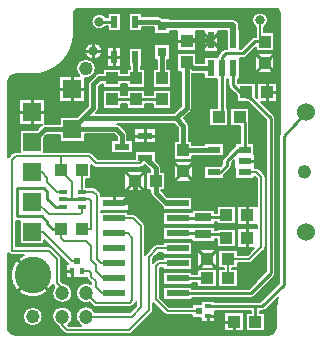
<source format=gbr>
G04 DesignSpark PCB Gerber Version 10.0 Build 5299*
G04 #@! TF.Part,Single*
G04 #@! TF.FileFunction,Copper,L2,Bot*
G04 #@! TF.FilePolarity,Positive*
%FSLAX35Y35*%
%MOIN*%
G04 #@! TA.AperFunction,SMDPad,CuDef*
%ADD91R,0.01575X0.02362*%
%ADD90R,0.02165X0.03937*%
%ADD86R,0.02200X0.05200*%
%ADD92R,0.02362X0.02362*%
%ADD80R,0.03937X0.04291*%
%ADD87R,0.03150X0.03150*%
G04 #@! TA.AperFunction,ComponentPad*
%ADD70R,0.06000X0.06000*%
G04 #@! TA.AperFunction,SMDPad,CuDef*
%ADD17R,0.06300X0.06300*%
G04 #@! TD.AperFunction*
%ADD12C,0.00500*%
%ADD16C,0.00800*%
%ADD13C,0.01000*%
%ADD14C,0.01500*%
%ADD79C,0.01969*%
G04 #@! TA.AperFunction,ViaPad*
%ADD15C,0.03200*%
G04 #@! TA.AperFunction,SMDPad,CuDef*
%ADD20C,0.04724*%
G04 #@! TA.AperFunction,ComponentPad*
%ADD18C,0.06000*%
G04 #@! TA.AperFunction,SMDPad,CuDef*
%ADD88R,0.02756X0.01181*%
%ADD83R,0.02362X0.01575*%
%ADD21R,0.05000X0.02300*%
%ADD85R,0.07500X0.02300*%
%ADD84R,0.02362X0.02362*%
%ADD89R,0.04331X0.02362*%
%ADD81R,0.05512X0.02953*%
%ADD82R,0.04291X0.03937*%
G04 #@! TA.AperFunction,ComponentPad*
%ADD22C,0.12205*%
G04 #@! TD.AperFunction*
X0Y0D02*
D02*
D12*
X12376Y31031D02*
Y5578D01*
G75*
G03*
X14695Y3772I2196J427D01*
G01*
G75*
G02*
X14791Y3774I97J-1696D01*
G01*
X98955D01*
G75*
G02*
X99052Y3772I0J-1700D01*
G01*
G75*
G03*
X101412Y6005I123J2233D01*
G01*
G75*
G03*
X101408Y6128I-2241J-3D01*
G01*
G75*
G02*
X101406Y6225I1696J97D01*
G01*
Y11659D01*
G75*
G02*
X101403Y11919I13496J253D01*
G01*
G75*
G02*
X102126Y16281I13511J0D01*
G01*
X98118Y12272D01*
G75*
G02*
X97020Y11818I-1096J1096D01*
G01*
X96166D01*
Y11270D01*
X97813D01*
Y5230D01*
X91419D01*
Y11270D01*
X93066D01*
Y11818D01*
X81343D01*
Y8181D01*
X76480D01*
Y9561D01*
X73530D01*
Y10343D01*
X65424D01*
G75*
G02*
X64396Y10768I-3J1450D01*
G01*
X60676Y14487D01*
Y12187D01*
G75*
G02*
X60250Y11160I-1450J0D01*
G01*
X53561Y4470D01*
G75*
G02*
X52533Y4044I-1027J1024D01*
G01*
X32061D01*
G75*
G02*
X31034Y4470I0J1450D01*
G01*
X29302Y6202D01*
G75*
G02*
X28931Y6835I1024J1027D01*
G01*
G75*
G02*
X26914Y9948I1395J3114D01*
G01*
G75*
G02*
X33738I3412J0D01*
G01*
G75*
G02*
X32381Y7224I-3412J0D01*
G01*
X32662Y6944D01*
X36582D01*
G75*
G02*
X38200Y13361I1618J3004D01*
G01*
G75*
G02*
X41289Y11398I0J-3412D01*
G01*
X52844D01*
X55020Y13575D01*
Y14706D01*
G75*
G02*
X54738Y14309I-1306J630D01*
G01*
X53954Y13526D01*
G75*
G02*
X52927Y13099I-1027J1024D01*
G01*
X41510D01*
G75*
G02*
X40483Y13526I0J1450D01*
G01*
X39385Y14623D01*
G75*
G02*
X34788Y17822I-1185J3200D01*
G01*
G75*
G02*
X40060Y20683I3412J0D01*
G01*
Y21035D01*
X38910Y22185D01*
G75*
G02*
X38509Y22947I1025J1026D01*
G01*
X35673D01*
Y22748D01*
X31598D01*
Y27610D01*
X32304D01*
X24301Y35613D01*
Y34120D01*
X16199D01*
Y41739D01*
X15132D01*
G75*
G02*
X15007Y41744I1J1550D01*
G01*
Y33322D01*
X25759D01*
G75*
G02*
X26787Y32897I3J-1450D01*
G01*
X29543Y30141D01*
G75*
G02*
X29968Y29116I-1025J-1026D01*
G01*
G75*
G02*
Y29115I-610J0D01*
G01*
G75*
G02*
Y29113I-610J-1D01*
G01*
Y21843D01*
X30586Y21225D01*
G75*
G02*
X33738Y17822I-260J-3402D01*
G01*
G75*
G02*
X26914I-3412J0D01*
G01*
G75*
G02*
X27704Y20006I3412J0D01*
G01*
X27493Y20217D01*
G75*
G02*
X27178Y20688I1025J1025D01*
G01*
G75*
G02*
X13131Y23728I-6694J3040D01*
G01*
G75*
G02*
X17443Y30422I7352J0D01*
G01*
X13557D01*
G75*
G02*
X12376Y31031I0J1450D01*
G01*
X84220Y11469D02*
X91012D01*
Y5031D01*
X84220D01*
Y11469D01*
X17215Y9948D02*
G75*
G02*
X23752I3269J0D01*
G01*
G75*
G02*
X17215I-3269J0D01*
G01*
X12626Y8250D02*
G36*
X12626Y8250D02*
Y4902D01*
G75*
G03*
X13545Y4018I1946J1104D01*
G01*
X100202D01*
G75*
G03*
X101412Y6005I-1027J1987D01*
G01*
G75*
G03*
Y6011I-1880J3D01*
G01*
G75*
G03*
X101408Y6128I-1923J0D01*
G01*
G75*
G02*
X101406Y6225I1951J104D01*
G01*
Y8250D01*
X97813D01*
Y5230D01*
X91419D01*
Y8250D01*
X91012D01*
Y5031D01*
X84220D01*
Y8250D01*
X81343D01*
Y8181D01*
X76480D01*
Y8250D01*
X57340D01*
X53561Y4470D01*
G75*
G02*
X52533Y4044I-1026J1022D01*
G01*
X32061D01*
G75*
G02*
X31034Y4470I-1J1449D01*
G01*
X29302Y6202D01*
G75*
G02*
X28931Y6835I1028J1029D01*
G01*
G75*
G02*
X27367Y8250I1395J3114D01*
G01*
X23276D01*
G75*
G02*
X17691I-2793J1698D01*
G01*
X12626D01*
G37*
X32381Y7224D02*
G36*
X32381Y7224D02*
X32662Y6944D01*
X36582D01*
G75*
G02*
X35241Y8250I1618J3004D01*
G01*
X33286D01*
G75*
G02*
X32381Y7224I-2959J1698D01*
G01*
G37*
X12626Y30761D02*
G36*
X12626Y30761D02*
Y8250D01*
X17691D01*
G75*
G02*
X17215Y9948I2793J1698D01*
G01*
G75*
G02*
X23752I3269J0D01*
G01*
G75*
G02*
X23276Y8250I-3269J0D01*
G01*
X27367D01*
G75*
G02*
X26914Y9948I2959J1698D01*
G01*
G75*
G02*
X33738I3412J0D01*
G01*
G75*
G02*
X33286Y8250I-3411J-1D01*
G01*
X35241D01*
G75*
G02*
X34788Y9948I2959J1698D01*
G01*
G75*
G02*
X38200Y13361I3412J0D01*
G01*
G75*
G02*
X41289Y11398I1J-3411D01*
G01*
X52844D01*
X55020Y13575D01*
Y14706D01*
G75*
G02*
X54738Y14309I-1312J635D01*
G01*
X53954Y13526D01*
G75*
G02*
X52927Y13099I-1026J1022D01*
G01*
X41510D01*
G75*
G02*
X40483Y13526I-1J1449D01*
G01*
X39385Y14623D01*
G75*
G02*
X34788Y17822I-1186J3199D01*
G01*
Y17822D01*
Y17823D01*
G75*
G02*
X40060Y20683I3412J0D01*
G01*
Y21035D01*
X38910Y22185D01*
G75*
G02*
X38509Y22947I1024J1025D01*
G01*
X35673D01*
Y22748D01*
X31598D01*
Y27610D01*
X32304D01*
X24301Y35613D01*
Y34120D01*
X16199D01*
Y41494D01*
X15007D01*
Y33322D01*
X25759D01*
G75*
G02*
X26787Y32897I3J-1449D01*
G01*
X29543Y30141D01*
G75*
G02*
X29968Y29116I-1028J-1026D01*
G01*
Y29115D01*
Y29113D01*
Y21843D01*
X30586Y21225D01*
G75*
G02*
X33738Y17823I-259J-3402D01*
G01*
G75*
G02*
Y17822I-4511J0D01*
G01*
G75*
G02*
X26914I-3412J0D01*
G01*
G75*
G02*
X27704Y20006I3413J0D01*
G01*
X27493Y20217D01*
G75*
G02*
X27178Y20688I1035J1032D01*
G01*
G75*
G02*
X13131Y23728I-6694J3041D01*
G01*
G75*
G02*
X17443Y30422I7354J0D01*
G01*
X13557D01*
G75*
G02*
X12626Y30761I0J1451D01*
G01*
G37*
X60250Y11160D02*
G36*
X60250Y11160D02*
X57340Y8250D01*
X76480D01*
Y9561D01*
X73530D01*
Y10343D01*
X65424D01*
G75*
G02*
X64396Y10768I-3J1449D01*
G01*
X60676Y14487D01*
Y12187D01*
G75*
G02*
Y12186I-1961J0D01*
G01*
G75*
G02*
X60250Y11160I-1449J0D01*
G01*
G37*
X81343Y11818D02*
G36*
X81343Y11818D02*
Y8250D01*
X84220D01*
Y11469D01*
X91012D01*
Y8250D01*
X91419D01*
Y11270D01*
X93066D01*
Y11818D01*
X81343D01*
G37*
X96166D02*
G36*
X96166Y11818D02*
Y11270D01*
X97813D01*
Y8250D01*
X101406D01*
Y11659D01*
G75*
G02*
X101403Y11887I10730J225D01*
G01*
G75*
G02*
Y11919I10692J16D01*
G01*
G75*
G02*
Y11921I14098J1D01*
G01*
G75*
G02*
X101876Y15465I13501J0D01*
G01*
Y16031D01*
X98118Y12272D01*
G75*
G02*
X97020Y11818I-1096J1096D01*
G01*
X96166D01*
G37*
X12376Y88730D02*
Y63028D01*
G75*
G02*
X12533Y63214I1182J-840D01*
G01*
X13711Y64392D01*
G75*
G02*
X14738Y64818I1027J-1024D01*
G01*
X16199D01*
Y72222D01*
X21756D01*
X23220Y73687D01*
G75*
G02*
X23507Y73921I1274J-1271D01*
G01*
X16000D01*
Y82421D01*
X24500D01*
Y74216D01*
X29435D01*
Y76616D01*
X35287D01*
X38922Y80255D01*
Y87341D01*
G75*
G02*
X39451Y88615I1800J0D01*
G01*
X41417Y90580D01*
G75*
G02*
X42691Y91109I1274J-1272D01*
G01*
X44002D01*
Y92506D01*
X50041D01*
Y91109D01*
X51876D01*
Y92506D01*
X52821D01*
Y93419D01*
X52488D01*
Y99455D01*
X56754D01*
Y93419D01*
X56421D01*
Y92506D01*
X57915D01*
Y86112D01*
X51876D01*
Y87509D01*
X50041D01*
Y86112D01*
X44002D01*
Y87509D01*
X43437D01*
X42522Y86595D01*
Y79510D01*
G75*
G02*
X41996Y78238I-1800J0D01*
G01*
X41518Y77759D01*
X67536D01*
X69946Y80170D01*
Y91518D01*
X68726D01*
Y97907D01*
X74766D01*
Y94525D01*
X77707D01*
Y96376D01*
X82007D01*
G75*
G02*
X82461Y97456I1550J-16D01*
G01*
X83721Y98716D01*
G75*
G02*
X84818Y99170I1096J-1096D01*
G01*
X85156D01*
Y104991D01*
X82156D01*
Y98274D01*
X77459D01*
Y104991D01*
X74965D01*
Y98317D01*
X68528D01*
Y104991D01*
X66215D01*
Y104238D01*
X60963D01*
Y106448D01*
X56754D01*
Y105230D01*
X52488D01*
Y111266D01*
X56754D01*
Y110048D01*
X62202D01*
G75*
G02*
X63476Y109519I0J-1800D01*
G01*
X63509Y109486D01*
X66215D01*
Y109059D01*
X87307D01*
G75*
G02*
X89341Y107025I0J-2034D01*
G01*
Y105774D01*
X89459D01*
Y99170D01*
X89911D01*
X93563Y102822D01*
G75*
G02*
X94661Y103276I1096J-1096D01*
G01*
X94784D01*
Y106426D01*
G75*
G02*
X93584Y108644I1450J2218D01*
G01*
G75*
G02*
X98884I2650J0D01*
G01*
G75*
G02*
X97684Y106426I-2650J0D01*
G01*
Y104711D01*
X100829D01*
Y98317D01*
X94789D01*
Y99664D01*
X91649Y96524D01*
G75*
G02*
X90552Y96070I-1096J1096D01*
G01*
X89407D01*
Y89075D01*
X88807D01*
Y87667D01*
X88830Y87644D01*
X94852D01*
Y83084D01*
X95262Y82674D01*
Y87844D01*
X102053D01*
Y81407D01*
X96529D01*
X100874Y77063D01*
G75*
G02*
X101328Y75967I-1096J-1096D01*
G01*
Y24367D01*
G75*
G02*
X100874Y23270I-1550J0D01*
G01*
X94181Y16578D01*
G75*
G02*
X93083Y16124I-1096J1096D01*
G01*
X73593D01*
Y15474D01*
X63994D01*
Y19872D01*
X73593D01*
Y19224D01*
X92443D01*
X98228Y25009D01*
Y75324D01*
X92077Y81475D01*
X91657D01*
G75*
G02*
X91032Y81606I0J1550D01*
G01*
X88463D01*
Y83627D01*
X86161Y85929D01*
G75*
G02*
X85707Y87025I1096J1096D01*
G01*
Y89075D01*
X85107D01*
Y79380D01*
X85695D01*
Y73341D01*
X79301D01*
Y79380D01*
X82007D01*
Y89075D01*
X77707D01*
Y90925D01*
X73733D01*
G75*
G02*
X73546Y90935I1J1800D01*
G01*
Y79424D01*
G75*
G02*
X73017Y78150I-1800J0D01*
G01*
X70827Y75959D01*
X71915Y74872D01*
G75*
G02*
X72444Y73597I-1272J-1274D01*
G01*
Y68490D01*
X73663D01*
Y67093D01*
X77663D01*
Y67766D01*
X84096D01*
Y63301D01*
X77663D01*
Y63493D01*
X73663D01*
Y62096D01*
X67624D01*
Y68490D01*
X68844D01*
Y72852D01*
X67536Y74159D01*
X48678D01*
G75*
G02*
X49477Y73694I-475J-1737D01*
G01*
X51529Y71642D01*
G75*
G02*
X52058Y70368I-1271J-1274D01*
G01*
Y68719D01*
X53809D01*
Y64317D01*
X46707D01*
Y68719D01*
X48458D01*
Y69622D01*
X47457Y70623D01*
X37837D01*
Y68215D01*
X29435D01*
Y70616D01*
X25241D01*
X24301Y69677D01*
Y64818D01*
X39148D01*
G75*
G02*
X40175Y64392I0J-1450D01*
G01*
X42111Y62456D01*
X54407D01*
Y64967D01*
X61510D01*
Y61893D01*
X62681Y60789D01*
G75*
G02*
X63247Y59479I-1234J-1310D01*
G01*
Y58120D01*
X64644D01*
Y52081D01*
X63247D01*
Y52007D01*
X65382Y49872D01*
X73593D01*
Y45535D01*
X81183D01*
Y44559D01*
X81762D01*
Y46703D01*
X88156D01*
Y40663D01*
X81762D01*
Y41459D01*
X81183D01*
Y40482D01*
X73593D01*
Y40474D01*
X63994D01*
Y44872D01*
X73573D01*
Y45474D01*
X63994D01*
Y46205D01*
G75*
G02*
X63761Y46402I1041J1469D01*
G01*
X60176Y49987D01*
G75*
G02*
X59647Y51262I1272J1274D01*
G01*
Y52081D01*
X58250D01*
Y58120D01*
X59647D01*
Y58702D01*
X57741Y60499D01*
X57224Y59982D01*
G75*
G02*
X56196Y59556I-1027J1024D01*
G01*
X41510D01*
G75*
G02*
X40483Y59982I0J1450D01*
G01*
X39939Y60526D01*
Y55624D01*
X38235D01*
Y53199D01*
X39215D01*
Y53007D01*
X40722D01*
G75*
G02*
X41750Y52581I0J-1450D01*
G01*
X42927Y51403D01*
G75*
G02*
X43354Y50376I-1024J-1027D01*
G01*
Y50073D01*
X52494D01*
Y45274D01*
X43354D01*
Y44872D01*
X52293D01*
Y44124D01*
X53937D01*
G75*
G02*
X54964Y43697I0J-1450D01*
G01*
X57494Y41167D01*
G75*
G02*
X57920Y40140I-1024J-1027D01*
G01*
Y30534D01*
G75*
G02*
X58203Y30931I1306J-630D01*
G01*
X60969Y33697D01*
G75*
G02*
X61996Y34124I1027J-1024D01*
G01*
X63994D01*
Y34872D01*
X73573D01*
Y35474D01*
X63994D01*
Y39872D01*
X73593D01*
Y39827D01*
X81183D01*
Y38850D01*
X81762D01*
Y39100D01*
X88156D01*
Y33065D01*
X81762D01*
Y35750D01*
X81183D01*
Y34774D01*
X73593D01*
Y30474D01*
X63994D01*
Y31224D01*
X62597D01*
X60676Y29303D01*
Y27926D01*
X61447Y28697D01*
G75*
G02*
X62474Y29124I1027J-1024D01*
G01*
X63994D01*
Y29872D01*
X73593D01*
Y25474D01*
X63994D01*
Y26224D01*
X63075D01*
X63039Y26187D01*
Y16226D01*
X66022Y13243D01*
X73530D01*
Y14026D01*
X76679D01*
Y15207D01*
X81144D01*
Y14918D01*
X96380D01*
X102558Y21097D01*
Y70061D01*
G75*
G02*
X102927Y71065I1550J0D01*
G01*
Y111012D01*
G75*
G03*
X102146Y112579I-1962J0D01*
G01*
X36357D01*
G75*
G02*
X36302Y112580I-4J1707D01*
G01*
G75*
G03*
X34333Y111530I-72J-2236D01*
G01*
G75*
G03*
X34263Y111012I1893J-518D01*
G01*
Y104625D01*
G75*
G02*
X20295Y90657I-13968J0D01*
G01*
X14697D01*
G75*
G03*
X12376Y88730I-156J-2173D01*
G01*
X37872Y98407D02*
G75*
G02*
X43572I2850J0D01*
G01*
G75*
G02*
X37872I-2850J0D01*
G01*
X45520Y111266D02*
X49785D01*
Y105230D01*
X45520D01*
Y106698D01*
X44841D01*
G75*
G02*
X40041Y108248I-2150J1550D01*
G01*
G75*
G02*
X44841Y109798I2650J0D01*
G01*
X45520D01*
Y111266D01*
X45321Y99656D02*
X49986D01*
Y93219D01*
X45321D01*
Y99656D01*
X34931Y92626D02*
G75*
G02*
X41469I3269J0D01*
G01*
G75*
G02*
X38037Y89361I-3269J0D01*
G01*
Y81415D01*
X29234D01*
Y90215D01*
X35993D01*
G75*
G02*
X34931Y92626I2207J2411D01*
G01*
X60537Y85506D02*
X66577D01*
Y79112D01*
X60537D01*
Y80759D01*
X57915D01*
Y79112D01*
X51876D01*
Y80759D01*
X50041D01*
Y79112D01*
X44002D01*
Y85506D01*
X50041D01*
Y83859D01*
X51876D01*
Y85506D01*
X57915D01*
Y83859D01*
X60537D01*
Y85506D01*
X65357Y92506D02*
X66577D01*
Y86112D01*
X60537D01*
Y92506D01*
X61757D01*
Y95380D01*
X60963D01*
Y100628D01*
X66215D01*
Y95380D01*
X65357D01*
Y92506D01*
X94591Y97909D02*
X101028D01*
Y91118D01*
X94591D01*
Y97909D01*
X98078Y56478D02*
G75*
G02*
Y56475I-610J-2D01*
G01*
Y33053D01*
G75*
G02*
X97652Y32026I-1450J0D01*
G01*
X93718Y28093D01*
G75*
G02*
X92691Y27666I-1027J1024D01*
G01*
X88758D01*
Y26096D01*
X87011D01*
Y25837D01*
X88758D01*
Y19797D01*
X82364D01*
Y25837D01*
X84111D01*
Y26096D01*
X82364D01*
Y32136D01*
X88758D01*
Y30566D01*
X92090D01*
X94388Y32864D01*
X88563D01*
Y39301D01*
X95178D01*
Y40465D01*
X88563D01*
Y46902D01*
X95178D01*
Y55878D01*
X94452Y56603D01*
X94333D01*
Y55821D01*
X87900D01*
Y59362D01*
X87701D01*
Y62091D01*
X86761Y61151D01*
Y60219D01*
G75*
G02*
X86307Y59122I-1550J0D01*
G01*
X84141Y56957D01*
G75*
G02*
X84096Y56914I-1092J1097D01*
G01*
Y55821D01*
X77663D01*
Y60285D01*
X83085D01*
X83661Y60861D01*
Y61793D01*
G75*
G02*
X84115Y62889I1550J0D01*
G01*
X87658Y66433D01*
G75*
G02*
X87900Y66630I1096J-1096D01*
G01*
Y67766D01*
X89566D01*
Y73341D01*
X86301D01*
Y79380D01*
X92695D01*
Y73341D01*
X92666D01*
Y67766D01*
X94333D01*
Y64224D01*
X94531D01*
Y59503D01*
X95050D01*
G75*
G02*
X96078Y59078I3J-1450D01*
G01*
X97653Y57504D01*
G75*
G02*
X98078Y56478I-1025J-1026D01*
G01*
X54207Y72667D02*
X61707D01*
Y67868D01*
X54207D01*
Y72667D01*
X67425Y61689D02*
X73862D01*
Y54898D01*
X67425D01*
Y61689D01*
X51051Y58319D02*
X57843D01*
Y51882D01*
X51051D01*
Y58319D01*
X75165Y32335D02*
X81957D01*
Y25898D01*
X75165D01*
Y32335D01*
X75364Y25837D02*
X81758D01*
Y19797D01*
X75364D01*
Y21124D01*
X73593D01*
Y20474D01*
X63994D01*
Y24872D01*
X73593D01*
Y24224D01*
X75364D01*
Y25837D01*
X63039Y22817D02*
G36*
X63039Y22817D02*
Y16226D01*
X65772Y13493D01*
X73530D01*
Y14026D01*
X76679D01*
Y15207D01*
X81144D01*
Y14918D01*
X96380D01*
X102558Y21097D01*
Y22817D01*
X100420D01*
X94181Y16578D01*
G75*
G02*
X93083Y16124I-1096J1096D01*
G01*
X73593D01*
Y15474D01*
X63994D01*
Y19872D01*
X73593D01*
Y19224D01*
X92443D01*
X96036Y22817D01*
X88758D01*
Y19797D01*
X82364D01*
Y22817D01*
X81758D01*
Y19797D01*
X75364D01*
Y21124D01*
X73593D01*
Y20474D01*
X63994D01*
Y22817D01*
X63039D01*
G37*
X60676Y29116D02*
G36*
X60676Y29116D02*
Y27926D01*
X61447Y28697D01*
G75*
G02*
X62327Y29116I1026J-1022D01*
G01*
X60676D01*
G37*
X63039Y26187D02*
G36*
X63039Y26187D02*
Y22817D01*
X63994D01*
Y24872D01*
X73593D01*
Y24224D01*
X75364D01*
Y25837D01*
X81758D01*
Y22817D01*
X82364D01*
Y25837D01*
X84111D01*
Y26096D01*
X82364D01*
Y29116D01*
X81957D01*
Y25898D01*
X75165D01*
Y29116D01*
X73593D01*
Y25474D01*
X63994D01*
Y26224D01*
X63075D01*
X63039Y26187D01*
G37*
X87011Y26096D02*
G36*
X87011Y26096D02*
Y25837D01*
X88758D01*
Y22817D01*
X96036D01*
X98228Y25009D01*
Y29116D01*
X94742D01*
X93718Y28093D01*
G75*
G02*
X92691Y27666I-1026J1022D01*
G01*
X88758D01*
Y26096D01*
X87011D01*
G37*
X100874Y23270D02*
G36*
X100874Y23270D02*
X100420Y22817D01*
X102558D01*
Y29116D01*
X101328D01*
Y24367D01*
G75*
G02*
X100874Y23270I-1551J0D01*
G01*
G37*
X43354Y45274D02*
G36*
X43354Y45274D02*
Y44872D01*
X52293D01*
Y44124D01*
X53937D01*
G75*
G02*
X54964Y43697I1J-1449D01*
G01*
X57494Y41167D01*
G75*
G02*
X57920Y40141I-1022J-1026D01*
G01*
G75*
G02*
Y40140I-1961J0D01*
G01*
Y30534D01*
G75*
G02*
X58203Y30931I1312J-635D01*
G01*
X60969Y33697D01*
G75*
G02*
X61996Y34124I1026J-1022D01*
G01*
X63994D01*
Y34872D01*
X73573D01*
Y35474D01*
X63994D01*
Y39872D01*
X73593D01*
Y39827D01*
X81183D01*
Y38850D01*
X81762D01*
Y39100D01*
X88156D01*
Y33065D01*
X81762D01*
Y35750D01*
X81183D01*
Y34774D01*
X73593D01*
Y30474D01*
X63994D01*
Y31224D01*
X62597D01*
X60676Y29303D01*
Y29116D01*
X62327D01*
G75*
G02*
X62474Y29124I147J-1441D01*
G01*
X63994D01*
Y29872D01*
X73593D01*
Y29116D01*
X75165D01*
Y32335D01*
X81957D01*
Y29116D01*
X82364D01*
Y32136D01*
X88758D01*
Y30566D01*
X92090D01*
X94388Y32864D01*
X88563D01*
Y39301D01*
X95178D01*
Y40465D01*
X88563D01*
Y46902D01*
X95178D01*
Y49589D01*
X73593D01*
Y45535D01*
X81183D01*
Y44559D01*
X81762D01*
Y46703D01*
X88156D01*
Y40663D01*
X81762D01*
Y41459D01*
X81183D01*
Y40482D01*
X73593D01*
Y40474D01*
X63994D01*
Y44872D01*
X73573D01*
Y45474D01*
X63994D01*
Y46205D01*
G75*
G02*
X63761Y46402I1054J1484D01*
G01*
X60574Y49589D01*
X52494D01*
Y45274D01*
X43354D01*
G37*
X97652Y32026D02*
G36*
X97652Y32026D02*
X94742Y29116D01*
X98228D01*
Y49589D01*
X98078D01*
Y33053D01*
G75*
G02*
Y33052I-1961J0D01*
G01*
G75*
G02*
X97652Y32026I-1449J0D01*
G01*
G37*
X101328Y49589D02*
G36*
X101328Y49589D02*
Y29116D01*
X102558D01*
Y49589D01*
X101328D01*
G37*
X38235Y55100D02*
G36*
X38235Y55100D02*
Y53199D01*
X39215D01*
Y53007D01*
X40722D01*
G75*
G02*
X41750Y52581I1J-1449D01*
G01*
X42927Y51403D01*
G75*
G02*
X43354Y50377I-1022J-1026D01*
G01*
G75*
G02*
Y50376I-1961J0D01*
G01*
Y50073D01*
X52494D01*
Y49589D01*
X60574D01*
X60176Y49987D01*
G75*
G02*
X59647Y51262I1272J1274D01*
G01*
Y52081D01*
X58250D01*
Y55100D01*
X57843D01*
Y51882D01*
X51051D01*
Y55100D01*
X38235D01*
G37*
X63247Y52081D02*
G36*
X63247Y52081D02*
Y52007D01*
X65382Y49872D01*
X73593D01*
Y49589D01*
X95178D01*
Y55100D01*
X73862D01*
Y54898D01*
X67425D01*
Y55100D01*
X64644D01*
Y52081D01*
X63247D01*
G37*
X98078Y55100D02*
G36*
X98078Y55100D02*
Y49589D01*
X98228D01*
Y55100D01*
X98078D01*
G37*
X101328D02*
G36*
X101328Y55100D02*
Y49589D01*
X102558D01*
Y55100D01*
X101328D01*
G37*
X38235Y55624D02*
G36*
X38235Y55624D02*
Y55100D01*
X51051D01*
Y58293D01*
X39939D01*
Y55624D01*
X38235D01*
G37*
X57843Y58293D02*
G36*
X57843Y58293D02*
Y55100D01*
X58250D01*
Y58120D01*
X59647D01*
Y58293D01*
X57843D01*
G37*
X63247D02*
G36*
X63247Y58293D02*
Y58120D01*
X64644D01*
Y55100D01*
X67425D01*
Y58293D01*
X63247D01*
G37*
X73862D02*
G36*
X73862Y58293D02*
Y55100D01*
X95178D01*
Y55878D01*
X94452Y56603D01*
X94333D01*
Y55821D01*
X87900D01*
Y58293D01*
X85478D01*
X84141Y56957D01*
G75*
G02*
X84096Y56914I-826J819D01*
G01*
Y55821D01*
X77663D01*
Y58293D01*
X73862D01*
G37*
X96863D02*
G36*
X96863Y58293D02*
X97653Y57504D01*
G75*
G02*
X98078Y56478I-1028J-1026D01*
G01*
Y56478D01*
Y56475D01*
Y55100D01*
X98228D01*
Y58293D01*
X96863D01*
G37*
X101328D02*
G36*
X101328Y58293D02*
Y55100D01*
X102558D01*
Y58293D01*
X101328D01*
G37*
X12626Y70268D02*
G36*
X12626Y70268D02*
Y63307D01*
X13711Y64392D01*
G75*
G02*
X14738Y64818I1026J-1022D01*
G01*
X16199D01*
Y70268D01*
X12626D01*
G37*
X24301Y69677D02*
G36*
X24301Y69677D02*
Y64818D01*
X39148D01*
G75*
G02*
X40175Y64392I1J-1449D01*
G01*
X42111Y62456D01*
X54407D01*
Y64967D01*
X61510D01*
Y61893D01*
X62681Y60789D01*
G75*
G02*
X63247Y59479I-1235J-1311D01*
G01*
Y58293D01*
X67425D01*
Y61689D01*
X73862D01*
Y58293D01*
X77663D01*
Y60285D01*
X83085D01*
X83661Y60861D01*
Y61793D01*
G75*
G02*
X84115Y62889I1551J0D01*
G01*
X87658Y66433D01*
G75*
G02*
X87900Y66630I1084J-1082D01*
G01*
Y67766D01*
X89566D01*
Y70268D01*
X72444D01*
Y68490D01*
X73663D01*
Y67093D01*
X77663D01*
Y67766D01*
X84096D01*
Y63301D01*
X77663D01*
Y63493D01*
X73663D01*
Y62096D01*
X67624D01*
Y68490D01*
X68844D01*
Y70268D01*
X61707D01*
Y67868D01*
X54207D01*
Y70268D01*
X52058D01*
Y68719D01*
X53809D01*
Y64317D01*
X46707D01*
Y68719D01*
X48458D01*
Y69622D01*
X47813Y70268D01*
X37837D01*
Y68215D01*
X29435D01*
Y70268D01*
X24892D01*
X24301Y69677D01*
G37*
X39939Y60526D02*
G36*
X39939Y60526D02*
Y58293D01*
X51051D01*
Y58319D01*
X57843D01*
Y58293D01*
X59647D01*
Y58702D01*
X57741Y60499D01*
X57224Y59982D01*
G75*
G02*
X56196Y59556I-1026J1022D01*
G01*
X41510D01*
G75*
G02*
X40483Y59982I-1J1449D01*
G01*
X39939Y60526D01*
G37*
X86307Y59122D02*
G36*
X86307Y59122D02*
X85478Y58293D01*
X87900D01*
Y59362D01*
X87701D01*
Y62091D01*
X86761Y61151D01*
Y60219D01*
G75*
G02*
X86307Y59122I-1551J0D01*
G01*
G37*
X92666Y70268D02*
G36*
X92666Y70268D02*
Y67766D01*
X94333D01*
Y64224D01*
X94531D01*
Y59503D01*
X95050D01*
G75*
G02*
X96078Y59078I3J-1449D01*
G01*
X96863Y58293D01*
X98228D01*
Y70268D01*
X92666D01*
G37*
X101328D02*
G36*
X101328Y70268D02*
Y58293D01*
X102558D01*
Y70061D01*
G75*
G02*
X102572Y70268I1553J0D01*
G01*
X101328D01*
G37*
X12626Y82309D02*
G36*
X12626Y82309D02*
Y70268D01*
X16199D01*
Y72222D01*
X21756D01*
X23220Y73687D01*
G75*
G02*
X23507Y73921I1261J-1255D01*
G01*
X16000D01*
Y82309D01*
X12626D01*
G37*
X24500D02*
G36*
X24500Y82309D02*
Y74216D01*
X29435D01*
Y76616D01*
X35287D01*
X38922Y80255D01*
Y82309D01*
X38037D01*
Y81415D01*
X29234D01*
Y82309D01*
X24500D01*
G37*
X25241Y70616D02*
G36*
X25241Y70616D02*
X24892Y70268D01*
X29435D01*
Y70616D01*
X25241D01*
G37*
X37837Y70623D02*
G36*
X37837Y70623D02*
Y70268D01*
X47813D01*
X47457Y70623D01*
X37837D01*
G37*
X41996Y78238D02*
G36*
X41996Y78238D02*
X41518Y77759D01*
X67536D01*
X69946Y80170D01*
Y82309D01*
X66577D01*
Y79112D01*
X60537D01*
Y80759D01*
X57915D01*
Y79112D01*
X51876D01*
Y80759D01*
X50041D01*
Y79112D01*
X44002D01*
Y82309D01*
X42522D01*
Y79510D01*
Y79509D01*
G75*
G02*
X41996Y78238I-1799J0D01*
G01*
G37*
X48678Y74159D02*
G36*
X48678Y74159D02*
G75*
G02*
X49477Y73694I-474J-1736D01*
G01*
X51529Y71642D01*
G75*
G02*
X52058Y70368I-1270J-1274D01*
G01*
Y70368D01*
Y70268D01*
X54207D01*
Y72667D01*
X61707D01*
Y70268D01*
X68844D01*
Y72852D01*
X67536Y74159D01*
X48678D01*
G37*
X70827Y75959D02*
G36*
X70827Y75959D02*
X71915Y74872D01*
G75*
G02*
X72444Y73597I-1272J-1274D01*
G01*
Y70268D01*
X89566D01*
Y73341D01*
X86301D01*
Y79380D01*
X92695D01*
Y73341D01*
X92666D01*
Y70268D01*
X98228D01*
Y75324D01*
X92077Y81475D01*
X91657D01*
G75*
G02*
X91032Y81606I-2J1543D01*
G01*
X88463D01*
Y82309D01*
X85107D01*
Y79380D01*
X85695D01*
Y73341D01*
X79301D01*
Y79380D01*
X82007D01*
Y82309D01*
X73546D01*
Y79424D01*
G75*
G02*
X73017Y78150I-1800J0D01*
G01*
X70827Y75959D01*
G37*
X96529Y81407D02*
G36*
X96529Y81407D02*
X100874Y77063D01*
G75*
G02*
X101328Y75967I-1097J-1096D01*
G01*
Y70268D01*
X102572D01*
G75*
G02*
X102677Y70656I1539J-208D01*
G01*
Y82309D01*
X102053D01*
Y81407D01*
X96529D01*
G37*
X12626Y88655D02*
G36*
X12626Y88655D02*
Y82309D01*
X16000D01*
Y82421D01*
X24500D01*
Y82309D01*
X29234D01*
Y88655D01*
X12626D01*
G37*
X38037D02*
G36*
X38037Y88655D02*
Y82309D01*
X38922D01*
Y87341D01*
G75*
G02*
X39451Y88615I1800J0D01*
G01*
X39491Y88655D01*
X38037D01*
G37*
X42522Y86595D02*
G36*
X42522Y86595D02*
Y82309D01*
X44002D01*
Y85506D01*
X50041D01*
Y83859D01*
X51876D01*
Y85506D01*
X57915D01*
Y83859D01*
X60537D01*
Y85506D01*
X66577D01*
Y82309D01*
X69946D01*
Y88655D01*
X66577D01*
Y86112D01*
X60537D01*
Y88655D01*
X57915D01*
Y86112D01*
X51876D01*
Y87509D01*
X50041D01*
Y86112D01*
X44002D01*
Y87509D01*
X43437D01*
X42522Y86595D01*
G37*
X73546Y88655D02*
G36*
X73546Y88655D02*
Y82309D01*
X82007D01*
Y88655D01*
X73546D01*
G37*
X85107D02*
G36*
X85107Y88655D02*
Y82309D01*
X88463D01*
Y83627D01*
X86161Y85929D01*
G75*
G02*
X85707Y87025I1097J1096D01*
G01*
Y88655D01*
X85107D01*
G37*
X88807D02*
G36*
X88807Y88655D02*
Y87667D01*
X88830Y87644D01*
X94852D01*
Y83084D01*
X95262Y82674D01*
Y87844D01*
X102053D01*
Y82309D01*
X102677D01*
Y88655D01*
X88807D01*
G37*
X12626Y89524D02*
G36*
X12626Y89524D02*
Y88655D01*
X29234D01*
Y90215D01*
X35993D01*
G75*
G02*
X34931Y92625I2206J2411D01*
G01*
Y92626D01*
G75*
G02*
X35532Y94514I3269J0D01*
G01*
X29932D01*
G75*
G02*
X20295Y90657I-9637J10112D01*
G01*
X14697D01*
G75*
G03*
X12626Y89524I-157J-2173D01*
G01*
G37*
X38037Y89361D02*
G36*
X38037Y89361D02*
Y88655D01*
X39491D01*
X41417Y90580D01*
G75*
G02*
X42691Y91109I1274J-1272D01*
G01*
X44002D01*
Y92506D01*
X50041D01*
Y91109D01*
X51876D01*
Y92506D01*
X52821D01*
Y93419D01*
X52488D01*
Y94514D01*
X49986D01*
Y93219D01*
X45321D01*
Y94514D01*
X40868D01*
G75*
G02*
X41469Y92626I-2668J-1888D01*
G01*
Y92625D01*
G75*
G02*
X38037Y89361I-3268J0D01*
G01*
G37*
X56421Y93419D02*
G36*
X56421Y93419D02*
Y92506D01*
X57915D01*
Y88655D01*
X60537D01*
Y92506D01*
X61757D01*
Y94514D01*
X56754D01*
Y93419D01*
X56421D01*
G37*
X65357Y94514D02*
G36*
X65357Y94514D02*
Y92506D01*
X66577D01*
Y88655D01*
X69946D01*
Y91518D01*
X68726D01*
Y94514D01*
X65357D01*
G37*
X73546Y90935D02*
G36*
X73546Y90935D02*
Y88655D01*
X82007D01*
Y89075D01*
X77707D01*
Y90925D01*
X73733D01*
G75*
G02*
X73546Y90935I-4J1724D01*
G01*
G37*
X85107Y89075D02*
G36*
X85107Y89075D02*
Y88655D01*
X85707D01*
Y89075D01*
X85107D01*
G37*
X88807D02*
G36*
X88807Y89075D02*
Y88655D01*
X102677D01*
Y94514D01*
X101028D01*
Y91118D01*
X94591D01*
Y94514D01*
X89407D01*
Y89075D01*
X88807D01*
G37*
X32803Y98407D02*
G36*
X32803Y98407D02*
G75*
G02*
X29932Y94514I-12508J6217D01*
G01*
X35532D01*
G75*
G02*
X40868I2668J-1888D01*
G01*
X45321D01*
Y98407D01*
X43572D01*
G75*
G02*
X37872I-2850J0D01*
G01*
X32803D01*
G37*
X49986D02*
G36*
X49986Y98407D02*
Y94514D01*
X52488D01*
Y98407D01*
X49986D01*
G37*
X56754D02*
G36*
X56754Y98407D02*
Y94514D01*
X61757D01*
Y95380D01*
X60963D01*
Y98407D01*
X56754D01*
G37*
X65357Y95380D02*
G36*
X65357Y95380D02*
Y94514D01*
X68726D01*
Y97907D01*
X74766D01*
Y94525D01*
X77707D01*
Y96376D01*
X82007D01*
G75*
G02*
X82461Y97456I1549J-15D01*
G01*
X83412Y98407D01*
X82156D01*
Y98274D01*
X77459D01*
Y98407D01*
X74965D01*
Y98317D01*
X68528D01*
Y98407D01*
X66215D01*
Y95380D01*
X65357D01*
G37*
X89407Y96070D02*
G36*
X89407Y96070D02*
Y94514D01*
X94591D01*
Y97909D01*
X101028D01*
Y94514D01*
X102677D01*
Y98407D01*
X100829D01*
Y98317D01*
X94789D01*
Y98407D01*
X93533D01*
X91649Y96524D01*
G75*
G02*
X90552Y96070I-1096J1096D01*
G01*
X89407D01*
G37*
X34263Y104625D02*
G36*
X34263Y104625D02*
G75*
G02*
X32803Y98407I-13969J0D01*
G01*
X37872D01*
G75*
G02*
X43572I2850J0D01*
G01*
X45321D01*
Y99656D01*
X49986D01*
Y98407D01*
X52488D01*
Y99455D01*
X56754D01*
Y98407D01*
X60963D01*
Y100628D01*
X66215D01*
Y98407D01*
X68528D01*
Y104991D01*
X66215D01*
Y104238D01*
X60963D01*
Y106448D01*
X56754D01*
Y105230D01*
X52488D01*
Y108248D01*
X49785D01*
Y105230D01*
X45520D01*
Y106698D01*
X44841D01*
G75*
G02*
X40041Y108248I-2150J1550D01*
G01*
Y108248D01*
X34263D01*
Y104625D01*
G37*
X74965Y104991D02*
G36*
X74965Y104991D02*
Y98407D01*
X77459D01*
Y104991D01*
X74965D01*
G37*
X82156D02*
G36*
X82156Y104991D02*
Y98407D01*
X83412D01*
X83721Y98716D01*
G75*
G02*
X84818Y99170I1096J-1096D01*
G01*
X85156D01*
Y104991D01*
X82156D01*
G37*
X89341Y107025D02*
G36*
X89341Y107025D02*
Y105774D01*
X89459D01*
Y99170D01*
X89911D01*
X93563Y102822D01*
G75*
G02*
X94661Y103276I1096J-1096D01*
G01*
X94784D01*
Y106426D01*
G75*
G02*
X93614Y108248I1450J2219D01*
G01*
X88933D01*
G75*
G02*
X89341Y107025I-1625J-1223D01*
G01*
Y107025D01*
G37*
X93533Y98407D02*
G36*
X93533Y98407D02*
X94789D01*
Y99664D01*
X93533Y98407D01*
G37*
X97684Y106426D02*
G36*
X97684Y106426D02*
Y104711D01*
X100829D01*
Y98407D01*
X102677D01*
Y108248D01*
X98855D01*
G75*
G02*
X97684Y106426I-2620J396D01*
G01*
G37*
X34263Y111012D02*
G36*
X34263Y111012D02*
Y108248D01*
X40041D01*
G75*
G02*
X44841Y109798I2650J-1D01*
G01*
X45520D01*
Y111266D01*
X49785D01*
Y108248D01*
X52488D01*
Y111266D01*
X56754D01*
Y110048D01*
X62202D01*
G75*
G02*
X63476Y109519I0J-1800D01*
G01*
X63509Y109486D01*
X66215D01*
Y109059D01*
X87307D01*
G75*
G02*
X88933Y108248I0J-2034D01*
G01*
X93614D01*
G75*
G02*
X93584Y108644I2620J394D01*
G01*
G75*
G02*
X98884I2650J0D01*
G01*
G75*
G02*
X98855Y108248I-2650J-1D01*
G01*
X102677D01*
Y111971D01*
G75*
G03*
X102418Y112331I-1710J-957D01*
G01*
X35202D01*
G75*
G03*
X34333Y111530I1028J-1987D01*
G01*
G75*
G03*
X34263Y111012I1915J-521D01*
G01*
G37*
X22452Y9948D02*
G75*
G02*
X18515I-1969J0D01*
G01*
G75*
G02*
X22452I1969J0D01*
G01*
G36*
X22452Y9948D02*
G75*
G02*
X18515I-1969J0D01*
G01*
G75*
G02*
X22452I1969J0D01*
G01*
G37*
X40169Y92626D02*
G75*
G02*
X36231I-1969J0D01*
G01*
G75*
G02*
X40169I1969J0D01*
G01*
G36*
X40169Y92626D02*
G75*
G02*
X36231I-1969J0D01*
G01*
G75*
G02*
X40169I1969J0D01*
G01*
G37*
X113003Y58177D02*
G75*
G02*
X109066I-1969J0D01*
G01*
G75*
G02*
X113003I1969J0D01*
G01*
G36*
X113003Y58177D02*
G75*
G02*
X109066I-1969J0D01*
G01*
G75*
G02*
X113003I1969J0D01*
G01*
G37*
D02*
D13*
X16522Y19767D02*
X15108Y18352D01*
X16522Y27689D02*
X15108Y29104D01*
X17750Y78171D02*
X15750D01*
X20250Y75671D02*
Y73671D01*
Y80671D02*
Y82671D01*
X22750Y78171D02*
X24750D01*
X24445Y19767D02*
X25859Y18352D01*
X30486Y46439D02*
X28124D01*
X25368Y49195D01*
Y51557D01*
X24187Y52738D01*
X15132D01*
Y43289D01*
X23400D01*
X25368Y41321D01*
Y40927D01*
X27337Y38959D01*
X29742D01*
X30486Y48998D02*
X33636D01*
X30986Y85816D02*
X28986D01*
X33348Y25179D02*
X31348D01*
X33636Y24498D02*
Y22498D01*
Y48998D02*
X36785D01*
X33636Y83166D02*
Y81167D01*
Y88466D02*
Y90467D01*
X36286Y85816D02*
X38285D01*
X39622Y98407D02*
X37622D01*
X40722Y97307D02*
Y95307D01*
Y99507D02*
Y101507D01*
X41822Y98407D02*
X43822D01*
X42691Y108248D02*
X47652D01*
X47022Y82309D02*
X54896D01*
X47070Y96437D02*
X45069D01*
X47494Y48324D02*
Y50325D01*
X47652Y94968D02*
Y92967D01*
Y97905D02*
Y99904D01*
X48235Y96437D02*
X50234D01*
X50744Y47674D02*
X52742D01*
X52832Y53485D02*
X50978Y51632D01*
X52832Y56715D02*
X50978Y58569D01*
X55958Y70268D02*
X53959D01*
X56062Y53485D02*
X57915Y51632D01*
X56062Y56715D02*
X57915Y58569D01*
X57958Y69618D02*
Y67616D01*
Y70918D02*
Y72919D01*
X59958Y70268D02*
X61959D01*
X63557Y82309D02*
X54896D01*
X68794Y17674D02*
X93085D01*
X99778Y24367D01*
Y75967D01*
X92719Y83025D01*
X91657D01*
Y84625D01*
X68794Y22674D02*
X78418D01*
X78561Y22817D01*
X68794Y37674D02*
X77005D01*
X77378Y37300D01*
X68794Y42674D02*
X77043D01*
X77378Y43009D01*
X69029Y56678D02*
X67175Y54825D01*
X69029Y59908D02*
X67175Y61762D01*
X70278Y101712D02*
X68278D01*
X72259Y56678D02*
X74112Y54825D01*
X72259Y59908D02*
X74112Y61762D01*
X73215Y101712D02*
X75215D01*
X76946Y27501D02*
X75093Y25648D01*
X76946Y30731D02*
X75093Y32585D01*
X77378Y37300D02*
X83741D01*
X84959Y36083D01*
X77378Y43009D02*
X84285D01*
X84959Y43683D01*
X78911Y9931D02*
Y7931D01*
Y13368D02*
X94156D01*
X79061Y101378D02*
X77207Y99524D01*
X79061Y102871D02*
X77207Y104725D01*
X79593Y10219D02*
X81593D01*
X80176Y27501D02*
X82030Y25648D01*
X80176Y30731D02*
X82030Y32585D01*
X80554Y101378D02*
X82407Y99524D01*
X80554Y102871D02*
X82407Y104725D01*
X80880Y58053D02*
X83045D01*
X85211Y60219D01*
Y61793D01*
X88754Y65337D01*
X90919D01*
X91116Y65533D01*
X83557Y92725D02*
Y96360D01*
X84817Y97620D01*
X90553D01*
X94659Y101726D01*
X97596D01*
X97809Y101514D01*
X83557Y92725D02*
Y77419D01*
X82498Y76360D01*
X85970Y8250D02*
X83970D01*
X87616Y6781D02*
Y4781D01*
X91116Y65533D02*
Y74742D01*
X89498Y76360D01*
X91657Y84625D02*
X89657D01*
X87257Y87025D01*
Y92725D01*
X91959Y34615D02*
Y32616D01*
Y37552D02*
Y39553D01*
Y42215D02*
Y40215D01*
Y45152D02*
Y47152D01*
X92781Y61793D02*
X94781D01*
X94156Y13368D02*
X97022D01*
X104108Y20455D01*
Y70061D01*
X111483Y78224D01*
Y78177D01*
X94616Y8250D02*
Y12907D01*
X94156Y13368D01*
X96194Y92899D02*
X94341Y91045D01*
X96194Y96129D02*
X94341Y97982D01*
X98657Y83156D02*
Y81156D01*
Y86093D02*
Y88093D01*
X99424Y92899D02*
X101278Y91045D01*
X99424Y96129D02*
X101278Y97982D01*
X100303Y84625D02*
X102301D01*
D02*
D14*
X33636Y72416D02*
X24495D01*
X20250Y68171D01*
X33636Y72416D02*
Y72423D01*
X40722Y79510D01*
Y87341D01*
X42691Y89309D01*
X47022D01*
X54896D01*
X47494Y47674D02*
X50131D01*
X54447Y51989D01*
Y55100D01*
X50258Y66518D02*
Y70368D01*
X48203Y72423D01*
X36385D01*
X36378Y72416D01*
X33636D01*
X54621Y96437D02*
Y89584D01*
X54896Y89309D01*
X54621Y108248D02*
X62202D01*
X63588Y106861D01*
X61447Y55100D02*
Y59479D01*
X57958Y62768D01*
X63557Y89309D02*
Y97972D01*
X63588Y98003D01*
Y106861D02*
X63635D01*
X63798Y107025D01*
X68281Y75959D02*
X37179D01*
X33636Y72416D01*
X68281Y75959D02*
X71746Y79424D01*
Y94712D01*
X68794Y47674D02*
X65035D01*
X61447Y51262D01*
Y55100D01*
X70644Y65293D02*
Y73597D01*
X68281Y75959D01*
X70644Y65293D02*
X80640D01*
X80880Y65533D01*
X79807Y102125D02*
X72159D01*
X71746Y101712D01*
X79857Y92725D02*
X73733D01*
X71746Y94712D01*
D02*
D15*
X40722Y98407D03*
X42691Y108248D03*
X96234Y108644D03*
D02*
D16*
X20250Y48171D02*
X21667D01*
X25762Y44077D01*
X36392D01*
X36785Y44470D01*
Y46439D01*
X20250Y58171D02*
X23478D01*
X25368Y56281D01*
Y54707D01*
X28518Y51557D01*
X30486D01*
X29742Y58644D02*
Y63368D01*
Y58644D02*
Y58600D01*
X33636Y54707D01*
Y48998D01*
X29742Y63368D02*
X39148D01*
X41510Y61006D01*
X56196D01*
X57958Y62768D01*
X30326Y17822D02*
Y19434D01*
X28518Y21242D01*
Y29116D01*
X25762Y31872D01*
X13557D01*
Y62187D01*
X14738Y63368D01*
X29742D01*
X35211Y28329D02*
X33636D01*
X23793Y38171D01*
X20250D01*
X36785Y25179D02*
X39148D01*
X39935Y24392D01*
Y23211D01*
X41510Y21636D01*
Y19642D01*
X43478Y17674D01*
X47494D01*
X36785Y48998D02*
X39344D01*
X39935Y48407D01*
Y38959D01*
X36742D01*
X36785Y51557D02*
Y58600D01*
X36742Y58644D01*
X47494Y22674D02*
X44015D01*
X41510Y25179D01*
Y27148D01*
X39935Y28722D01*
Y33447D01*
X38360Y35022D01*
X30923D01*
X29742Y36203D01*
Y38959D01*
X47494Y27674D02*
X43346D01*
X41904Y29116D01*
Y50376D01*
X40722Y51557D01*
X36785D01*
X47494Y37674D02*
X52244D01*
X53715Y36203D01*
Y15337D01*
X52927Y14549D01*
X41510D01*
X38237Y17822D01*
X38200D01*
X47494Y42674D02*
X53937D01*
X56470Y40140D01*
Y12974D01*
X53444Y9948D01*
X38200D01*
X68794Y32674D02*
X61996D01*
X59226Y29904D01*
Y12187D01*
X52533Y5494D01*
X32061D01*
X30326Y7229D01*
Y9948D01*
X75762Y11793D02*
X65421D01*
X61589Y15626D01*
Y26788D01*
X62474Y27674D01*
X68794D01*
X85561Y22817D02*
Y29116D01*
X92691D01*
X96628Y33053D01*
Y56478D01*
X95053Y58053D01*
X91116D01*
X96234Y108644D02*
Y103089D01*
X97809Y101514D01*
D02*
D17*
X33636Y72416D03*
Y85816D03*
D02*
D18*
X111483Y38177D03*
Y78177D03*
D02*
D70*
X20250Y38171D03*
Y48171D03*
Y58171D03*
Y68171D03*
Y78171D03*
D02*
D20*
X30326Y9948D03*
Y17822D03*
X38200Y9948D03*
Y17822D03*
D02*
D21*
X50258Y66518D03*
X57958Y62768D03*
Y70268D03*
D02*
D22*
X20483Y23728D03*
D02*
D79*
X63798Y107025D02*
X87307D01*
Y102125D01*
D02*
D80*
X47022Y82309D03*
Y89309D03*
X54896Y82309D03*
Y89309D03*
X63557Y82309D03*
Y89309D03*
X70644Y58293D03*
Y65293D03*
X71746Y94712D03*
Y101712D03*
X97809Y94514D03*
Y101514D03*
D02*
D81*
X77378Y37300D03*
Y43009D03*
D02*
D82*
X29742Y38959D03*
Y58644D03*
X36742Y38959D03*
Y58644D03*
X54447Y55100D03*
X61447D03*
X78561Y22817D03*
Y29116D03*
X82498Y76360D03*
X84959Y36083D03*
Y43683D03*
X85561Y22817D03*
Y29116D03*
X87616Y8250D03*
X89498Y76360D03*
X91657Y84625D03*
X91959Y36083D03*
Y43683D03*
X94616Y8250D03*
X98657Y84625D03*
D02*
D83*
X78911Y10219D03*
Y13368D03*
D02*
D84*
X75762Y11793D03*
D02*
D85*
X47494Y17674D03*
Y22674D03*
Y27674D03*
Y32674D03*
Y37674D03*
Y42674D03*
Y47674D03*
X68794Y17674D03*
Y22674D03*
Y27674D03*
Y32674D03*
Y37674D03*
Y42674D03*
Y47674D03*
D02*
D86*
X79807Y102125D03*
X79857Y92725D03*
X83557D03*
X87257D03*
X87307Y102125D03*
D02*
D87*
X63588Y98003D03*
Y106861D03*
D02*
D88*
X30486Y46439D03*
Y48998D03*
Y51557D03*
X36785Y46439D03*
Y48998D03*
Y51557D03*
D02*
D89*
X80880Y58053D03*
Y65533D03*
X91116Y58053D03*
Y61793D03*
Y65533D03*
D02*
D90*
X47652Y96437D03*
Y108248D03*
X54621Y96437D03*
Y108248D03*
D02*
D91*
X33636Y25179D03*
X36785D03*
D02*
D92*
X35211Y28329D03*
X0Y0D02*
M02*

</source>
